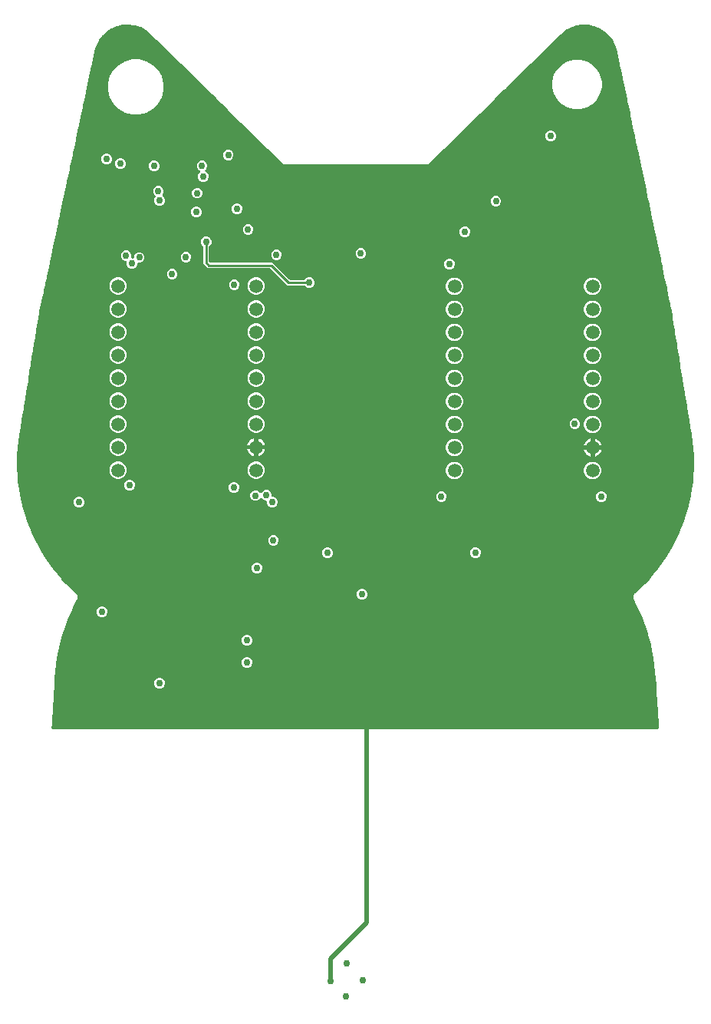
<source format=gbr>
G04 EAGLE Gerber X2 export*
%TF.Part,Single*%
%TF.FileFunction,Copper,L3,Inr,Mixed*%
%TF.FilePolarity,Positive*%
%TF.GenerationSoftware,Autodesk,EAGLE,9.1.3*%
%TF.CreationDate,2018-09-17T05:52:35Z*%
G75*
%MOMM*%
%FSLAX34Y34*%
%LPD*%
%AMOC8*
5,1,8,0,0,1.08239X$1,22.5*%
G01*
%ADD10C,1.508000*%
%ADD11C,0.756400*%
%ADD12C,0.508000*%
%ADD13C,0.254000*%

G36*
X712790Y487700D02*
X712790Y487700D01*
X712952Y487720D01*
X712953Y487720D01*
X712954Y487721D01*
X713088Y487774D01*
X713248Y487837D01*
X713249Y487837D01*
X713249Y487838D01*
X713367Y487923D01*
X713505Y488023D01*
X713506Y488024D01*
X713507Y488024D01*
X713604Y488142D01*
X713708Y488268D01*
X713709Y488269D01*
X713776Y488411D01*
X713844Y488555D01*
X713845Y488556D01*
X713845Y488557D01*
X713874Y488709D01*
X713905Y488868D01*
X713905Y488869D01*
X713905Y488870D01*
X713905Y488871D01*
X713905Y489029D01*
X713850Y489916D01*
X713510Y495389D01*
X712954Y504341D01*
X712548Y510874D01*
X712444Y512552D01*
X712389Y513445D01*
X711981Y520021D01*
X711981Y520022D01*
X711575Y526558D01*
X711557Y526842D01*
X711415Y529129D01*
X711415Y529130D01*
X710976Y536193D01*
X710524Y543483D01*
X710523Y543488D01*
X710523Y543501D01*
X709939Y551113D01*
X709937Y551126D01*
X709935Y551157D01*
X709093Y558673D01*
X709090Y558686D01*
X709087Y558718D01*
X707980Y566202D01*
X707976Y566215D01*
X707972Y566246D01*
X706601Y573682D01*
X706597Y573695D01*
X706592Y573726D01*
X704957Y581113D01*
X704952Y581126D01*
X704946Y581157D01*
X703049Y588478D01*
X703044Y588490D01*
X703037Y588521D01*
X700881Y595768D01*
X700875Y595781D01*
X700867Y595812D01*
X698453Y602980D01*
X698447Y602992D01*
X698438Y603023D01*
X695770Y610100D01*
X695764Y610112D01*
X695753Y610142D01*
X692836Y617119D01*
X692830Y617131D01*
X692818Y617160D01*
X689654Y624031D01*
X689647Y624043D01*
X689634Y624072D01*
X686581Y630127D01*
X686528Y630205D01*
X686484Y630288D01*
X686414Y630375D01*
X686403Y630390D01*
X686396Y630397D01*
X686382Y630414D01*
X686290Y630514D01*
X686065Y631131D01*
X686060Y631141D01*
X686006Y631267D01*
X685710Y631854D01*
X685700Y631991D01*
X685681Y632083D01*
X685672Y632178D01*
X685640Y632284D01*
X685636Y632302D01*
X685632Y632311D01*
X685626Y632332D01*
X685579Y632460D01*
X685607Y633117D01*
X685606Y633127D01*
X685605Y633265D01*
X685556Y633920D01*
X685599Y634050D01*
X685617Y634143D01*
X685644Y634233D01*
X685656Y634344D01*
X685660Y634362D01*
X685659Y634372D01*
X685661Y634394D01*
X685667Y634530D01*
X685944Y635126D01*
X685947Y635136D01*
X685999Y635264D01*
X686204Y635888D01*
X686294Y635992D01*
X686346Y636070D01*
X686406Y636143D01*
X686459Y636241D01*
X686469Y636257D01*
X686473Y636266D01*
X686483Y636285D01*
X686541Y636409D01*
X687025Y636853D01*
X687031Y636861D01*
X687128Y636960D01*
X687556Y637458D01*
X687679Y637519D01*
X687757Y637572D01*
X687840Y637617D01*
X687927Y637687D01*
X687942Y637697D01*
X687949Y637704D01*
X687966Y637718D01*
X692855Y642208D01*
X692865Y642219D01*
X692891Y642242D01*
X698155Y647464D01*
X698164Y647475D01*
X698189Y647499D01*
X703252Y652921D01*
X703260Y652933D01*
X703284Y652957D01*
X708133Y658566D01*
X708141Y658578D01*
X708164Y658604D01*
X712793Y664393D01*
X712801Y664406D01*
X712823Y664432D01*
X717229Y670398D01*
X717236Y670410D01*
X717257Y670437D01*
X721431Y676569D01*
X721438Y676582D01*
X721458Y676610D01*
X725392Y682896D01*
X725398Y682909D01*
X725417Y682938D01*
X729106Y689369D01*
X729111Y689382D01*
X729129Y689412D01*
X732566Y695980D01*
X732571Y695993D01*
X732588Y696024D01*
X735768Y702719D01*
X735773Y702733D01*
X735789Y702764D01*
X738707Y709578D01*
X738711Y709592D01*
X738725Y709624D01*
X741375Y716545D01*
X741379Y716559D01*
X741392Y716591D01*
X743770Y723608D01*
X743773Y723622D01*
X743785Y723655D01*
X745887Y730762D01*
X745889Y730776D01*
X745900Y730810D01*
X747721Y737991D01*
X747723Y738006D01*
X747733Y738040D01*
X749272Y745291D01*
X749273Y745305D01*
X749281Y745340D01*
X750533Y752644D01*
X750534Y752658D01*
X750541Y752693D01*
X751505Y760037D01*
X751505Y760052D01*
X751511Y760087D01*
X752186Y767467D01*
X752185Y767481D01*
X752189Y767516D01*
X752575Y774919D01*
X752574Y774933D01*
X752577Y774968D01*
X752672Y782379D01*
X752671Y782394D01*
X752672Y782429D01*
X752479Y789837D01*
X752477Y789851D01*
X752477Y789886D01*
X751998Y797283D01*
X751995Y797297D01*
X751994Y797332D01*
X751230Y804709D01*
X751227Y804723D01*
X751224Y804757D01*
X750171Y812156D01*
X750169Y812164D01*
X750168Y812181D01*
X749140Y818494D01*
X749140Y818495D01*
X748942Y819713D01*
X748726Y821037D01*
X748726Y821038D01*
X747482Y828687D01*
X746309Y835895D01*
X744992Y843985D01*
X744992Y843986D01*
X744162Y849089D01*
X744162Y849090D01*
X743973Y850249D01*
X743973Y850250D01*
X743748Y851632D01*
X743748Y851633D01*
X742543Y859035D01*
X741259Y866931D01*
X740014Y874581D01*
X738769Y882230D01*
X737937Y887339D01*
X737937Y887340D01*
X737715Y888705D01*
X737524Y889882D01*
X737523Y889883D01*
X736692Y894991D01*
X736692Y894992D01*
X736594Y895594D01*
X736278Y897534D01*
X736278Y897535D01*
X735252Y903843D01*
X734203Y910291D01*
X734202Y910292D01*
X734031Y911344D01*
X733789Y912833D01*
X733789Y912834D01*
X732695Y919555D01*
X731713Y925590D01*
X731713Y925591D01*
X731500Y926896D01*
X731299Y928131D01*
X731299Y928133D01*
X730239Y934648D01*
X729207Y940992D01*
X729165Y941135D01*
X729133Y941248D01*
X729006Y942221D01*
X729003Y942233D01*
X729000Y942261D01*
X728842Y943236D01*
X728846Y943261D01*
X728845Y943288D01*
X728850Y943334D01*
X728849Y943349D01*
X728850Y943356D01*
X728848Y943370D01*
X728846Y943392D01*
X728865Y943525D01*
X728862Y943546D01*
X728865Y943568D01*
X728851Y943728D01*
X728081Y948853D01*
X728076Y948871D01*
X728068Y948926D01*
X726866Y954638D01*
X726864Y954643D01*
X726863Y954651D01*
X726862Y954655D01*
X726861Y954658D01*
X726602Y955890D01*
X726602Y955891D01*
X726337Y957149D01*
X726336Y957159D01*
X726007Y958728D01*
X726006Y958728D01*
X726006Y958729D01*
X724390Y966408D01*
X724390Y966409D01*
X722730Y974298D01*
X721426Y980493D01*
X721383Y980698D01*
X720895Y983014D01*
X720895Y983015D01*
X719278Y990698D01*
X717816Y997643D01*
X716574Y1003547D01*
X716470Y1004038D01*
X716470Y1004039D01*
X716043Y1006067D01*
X716043Y1006068D01*
X714550Y1013164D01*
X712987Y1020592D01*
X711192Y1029118D01*
X711192Y1029119D01*
X709631Y1036537D01*
X707958Y1044486D01*
X707958Y1044487D01*
X706424Y1051774D01*
X705254Y1057333D01*
X705254Y1057334D01*
X705065Y1058230D01*
X705065Y1058231D01*
X704723Y1059854D01*
X704723Y1059855D01*
X703361Y1066328D01*
X701489Y1075223D01*
X699872Y1082907D01*
X699872Y1082908D01*
X698374Y1090025D01*
X696637Y1098277D01*
X695025Y1105938D01*
X693403Y1113642D01*
X691786Y1121326D01*
X690699Y1126489D01*
X690699Y1126490D01*
X690467Y1127595D01*
X690169Y1129010D01*
X690169Y1129011D01*
X688785Y1135584D01*
X687466Y1141854D01*
X687465Y1141855D01*
X687211Y1143064D01*
X686935Y1144375D01*
X686935Y1144376D01*
X685409Y1151625D01*
X684231Y1157225D01*
X684071Y1157983D01*
X683700Y1159746D01*
X682613Y1164912D01*
X682407Y1165891D01*
X682082Y1167432D01*
X682082Y1167433D01*
X680672Y1174135D01*
X679379Y1180276D01*
X679353Y1180400D01*
X678849Y1182797D01*
X678849Y1182798D01*
X677232Y1190480D01*
X675614Y1198167D01*
X674279Y1204509D01*
X672910Y1211014D01*
X672910Y1211015D01*
X672531Y1212813D01*
X672531Y1212814D01*
X672379Y1213535D01*
X672379Y1213536D01*
X671003Y1220074D01*
X669675Y1226383D01*
X669675Y1226384D01*
X669325Y1228050D01*
X669145Y1228904D01*
X669145Y1228905D01*
X667850Y1235058D01*
X667843Y1235078D01*
X667823Y1235163D01*
X665893Y1241572D01*
X665880Y1241602D01*
X665873Y1241634D01*
X665809Y1241781D01*
X662921Y1247462D01*
X662900Y1247492D01*
X662886Y1247525D01*
X662797Y1247659D01*
X658931Y1252708D01*
X658906Y1252733D01*
X658886Y1252763D01*
X658774Y1252878D01*
X654049Y1257147D01*
X654021Y1257166D01*
X653998Y1257190D01*
X653867Y1257283D01*
X648438Y1260651D01*
X648409Y1260664D01*
X648384Y1260683D01*
X648239Y1260752D01*
X642287Y1263124D01*
X642257Y1263132D01*
X642230Y1263145D01*
X642075Y1263188D01*
X635798Y1264490D01*
X635767Y1264493D01*
X635737Y1264501D01*
X635577Y1264516D01*
X629184Y1264701D01*
X629151Y1264697D01*
X629118Y1264701D01*
X628958Y1264687D01*
X622655Y1263735D01*
X622622Y1263725D01*
X622587Y1263722D01*
X622431Y1263679D01*
X616415Y1261606D01*
X616383Y1261590D01*
X616349Y1261581D01*
X616204Y1261511D01*
X610653Y1258376D01*
X610628Y1258357D01*
X610599Y1258343D01*
X610468Y1258248D01*
X605308Y1253977D01*
X605293Y1253961D01*
X605229Y1253906D01*
X600762Y1249526D01*
X599360Y1248151D01*
X598923Y1247723D01*
X598922Y1247722D01*
X593745Y1242646D01*
X589607Y1238589D01*
X589607Y1238588D01*
X587934Y1236948D01*
X587767Y1236785D01*
X584026Y1233117D01*
X583264Y1232369D01*
X583263Y1232369D01*
X582187Y1231314D01*
X582186Y1231313D01*
X577579Y1226795D01*
X572865Y1222174D01*
X572241Y1221561D01*
X571026Y1220371D01*
X571025Y1220370D01*
X565989Y1215432D01*
X561707Y1211234D01*
X561707Y1211233D01*
X561009Y1210549D01*
X559869Y1209431D01*
X559868Y1209430D01*
X555498Y1205146D01*
X550550Y1200294D01*
X549254Y1199024D01*
X548711Y1198491D01*
X548710Y1198490D01*
X544970Y1194823D01*
X544054Y1193926D01*
X543131Y1193020D01*
X543130Y1193019D01*
X538120Y1188107D01*
X533812Y1183883D01*
X533811Y1183882D01*
X532562Y1182658D01*
X532562Y1182657D01*
X531972Y1182079D01*
X526393Y1176609D01*
X526392Y1176608D01*
X522095Y1172396D01*
X522095Y1172395D01*
X517077Y1167474D01*
X517076Y1167474D01*
X516274Y1166688D01*
X515238Y1165671D01*
X515237Y1165671D01*
X510176Y1160708D01*
X505919Y1156535D01*
X505294Y1155922D01*
X504080Y1154732D01*
X504080Y1154731D01*
X499415Y1150158D01*
X494760Y1145594D01*
X489183Y1140125D01*
X488356Y1139314D01*
X487343Y1138321D01*
X482729Y1133798D01*
X478025Y1129185D01*
X478024Y1129185D01*
X476668Y1127854D01*
X476185Y1127381D01*
X472447Y1123716D01*
X470808Y1122109D01*
X470608Y1121913D01*
X470607Y1121912D01*
X465874Y1117272D01*
X460389Y1111894D01*
X460387Y1111891D01*
X460380Y1111885D01*
X459653Y1111157D01*
X458696Y1110772D01*
X458693Y1110770D01*
X458685Y1110767D01*
X457733Y1110373D01*
X456702Y1110383D01*
X456698Y1110383D01*
X456689Y1110383D01*
X302002Y1110383D01*
X301998Y1110383D01*
X301989Y1110383D01*
X300960Y1110373D01*
X300008Y1110767D01*
X300004Y1110769D01*
X299996Y1110772D01*
X299040Y1111157D01*
X298312Y1111886D01*
X298308Y1111888D01*
X298303Y1111895D01*
X293664Y1116442D01*
X293012Y1117082D01*
X291825Y1118246D01*
X291824Y1118246D01*
X287280Y1122702D01*
X282509Y1127380D01*
X282089Y1127792D01*
X280670Y1129183D01*
X280669Y1129184D01*
X275089Y1134655D01*
X275088Y1134656D01*
X271348Y1138323D01*
X269824Y1139817D01*
X269824Y1139818D01*
X269508Y1140127D01*
X263928Y1145599D01*
X263927Y1145599D01*
X260187Y1149266D01*
X259239Y1150196D01*
X258347Y1151070D01*
X254609Y1154735D01*
X254531Y1154811D01*
X252770Y1156538D01*
X252770Y1156539D01*
X248450Y1160774D01*
X243452Y1165674D01*
X242497Y1166611D01*
X242496Y1166611D01*
X241613Y1167477D01*
X241612Y1167478D01*
X237872Y1171145D01*
X237703Y1171311D01*
X237702Y1171312D01*
X236033Y1172948D01*
X236032Y1172949D01*
X230990Y1177893D01*
X226714Y1182086D01*
X226713Y1182086D01*
X225605Y1183173D01*
X224875Y1183889D01*
X224874Y1183890D01*
X221135Y1187556D01*
X221134Y1187556D01*
X214806Y1193761D01*
X209979Y1198494D01*
X208785Y1199664D01*
X208140Y1200297D01*
X208139Y1200298D01*
X204400Y1203964D01*
X198821Y1209434D01*
X197735Y1210499D01*
X196982Y1211237D01*
X192041Y1216082D01*
X187662Y1220375D01*
X187662Y1220376D01*
X186290Y1221720D01*
X186290Y1221721D01*
X185823Y1222178D01*
X185822Y1222179D01*
X181421Y1226494D01*
X176506Y1231314D01*
X176505Y1231314D01*
X175662Y1232141D01*
X174666Y1233117D01*
X174666Y1233118D01*
X170927Y1236784D01*
X170926Y1236784D01*
X170011Y1237682D01*
X169087Y1238587D01*
X169087Y1238588D01*
X163914Y1243659D01*
X163914Y1243660D01*
X159769Y1247724D01*
X159639Y1247852D01*
X159638Y1247852D01*
X157929Y1249527D01*
X157929Y1249528D01*
X153474Y1253896D01*
X153457Y1253909D01*
X153391Y1253971D01*
X147968Y1258421D01*
X147936Y1258441D01*
X147908Y1258467D01*
X147772Y1258553D01*
X141914Y1261762D01*
X141876Y1261777D01*
X141841Y1261799D01*
X141767Y1261828D01*
X141757Y1261834D01*
X141745Y1261837D01*
X141691Y1261858D01*
X135343Y1263892D01*
X135303Y1263899D01*
X135266Y1263914D01*
X135107Y1263943D01*
X128453Y1264744D01*
X128419Y1264744D01*
X128385Y1264750D01*
X128224Y1264751D01*
X122012Y1264374D01*
X121984Y1264369D01*
X121956Y1264370D01*
X121797Y1264343D01*
X115704Y1262905D01*
X115679Y1262895D01*
X115651Y1262891D01*
X115499Y1262838D01*
X109747Y1260390D01*
X109722Y1260376D01*
X109694Y1260367D01*
X109554Y1260288D01*
X104319Y1256901D01*
X104296Y1256881D01*
X104268Y1256866D01*
X104144Y1256764D01*
X102501Y1255233D01*
X102500Y1255233D01*
X101138Y1253964D01*
X99775Y1252695D01*
X99594Y1252526D01*
X99573Y1252501D01*
X99547Y1252480D01*
X99443Y1252358D01*
X95724Y1247389D01*
X95708Y1247360D01*
X95686Y1247335D01*
X95605Y1247196D01*
X92822Y1241632D01*
X92813Y1241604D01*
X92797Y1241579D01*
X92741Y1241428D01*
X90869Y1235162D01*
X90865Y1235141D01*
X90843Y1235062D01*
X89565Y1229028D01*
X89553Y1228968D01*
X89552Y1228968D01*
X89031Y1226507D01*
X87965Y1221473D01*
X87743Y1220427D01*
X87431Y1218953D01*
X87431Y1218952D01*
X85831Y1211398D01*
X85831Y1211397D01*
X84230Y1203843D01*
X84230Y1203842D01*
X83163Y1198806D01*
X81355Y1190267D01*
X79429Y1181177D01*
X78363Y1176143D01*
X78363Y1176142D01*
X78086Y1174837D01*
X78086Y1174836D01*
X77829Y1173623D01*
X77829Y1173622D01*
X76405Y1166900D01*
X74628Y1158514D01*
X73562Y1153478D01*
X73452Y1152959D01*
X73028Y1150958D01*
X73028Y1150957D01*
X71427Y1143402D01*
X70150Y1137374D01*
X68311Y1128692D01*
X67161Y1123259D01*
X66910Y1122077D01*
X66627Y1120739D01*
X66627Y1120738D01*
X65273Y1114348D01*
X63960Y1108149D01*
X63960Y1108148D01*
X63713Y1106982D01*
X63426Y1105629D01*
X63426Y1105628D01*
X62360Y1100594D01*
X62067Y1099212D01*
X61826Y1098074D01*
X61826Y1098073D01*
X60467Y1091662D01*
X59159Y1085484D01*
X58820Y1083884D01*
X58625Y1082964D01*
X57024Y1075408D01*
X57024Y1075407D01*
X55517Y1068293D01*
X54357Y1062818D01*
X54239Y1062257D01*
X53824Y1060298D01*
X53823Y1060298D01*
X52434Y1053739D01*
X51156Y1047706D01*
X51156Y1047705D01*
X50897Y1046481D01*
X50623Y1045186D01*
X50622Y1045185D01*
X49254Y1038728D01*
X47956Y1032597D01*
X47669Y1031245D01*
X47422Y1030078D01*
X47422Y1030077D01*
X46035Y1023530D01*
X44222Y1014968D01*
X44221Y1014967D01*
X43155Y1009931D01*
X42890Y1008681D01*
X42621Y1007411D01*
X42621Y1007410D01*
X41376Y1001536D01*
X39649Y993384D01*
X38354Y987268D01*
X38143Y986271D01*
X37820Y984748D01*
X37820Y984747D01*
X36753Y979712D01*
X36220Y977193D01*
X36220Y977192D01*
X36219Y977191D01*
X35119Y971998D01*
X35108Y971862D01*
X35092Y971725D01*
X35094Y971694D01*
X35093Y971681D01*
X35095Y971667D01*
X34868Y970804D01*
X34865Y970786D01*
X34853Y970743D01*
X34663Y969843D01*
X34659Y969835D01*
X34592Y969716D01*
X34582Y969687D01*
X34576Y969675D01*
X34571Y969655D01*
X34541Y969563D01*
X32904Y963347D01*
X32902Y963333D01*
X32893Y963301D01*
X31272Y956058D01*
X31271Y956043D01*
X31262Y956008D01*
X29924Y948652D01*
X29923Y948644D01*
X29920Y948628D01*
X29299Y944802D01*
X29296Y944743D01*
X29287Y944691D01*
X29291Y944624D01*
X29284Y944528D01*
X29288Y944498D01*
X29287Y944485D01*
X29290Y944471D01*
X29104Y943597D01*
X29103Y943580D01*
X29093Y943536D01*
X28986Y942874D01*
X28981Y942759D01*
X28969Y942644D01*
X28975Y942577D01*
X28974Y942556D01*
X28978Y942537D01*
X28983Y942484D01*
X28987Y942459D01*
X28801Y941717D01*
X28799Y941696D01*
X28780Y941613D01*
X27788Y935520D01*
X27788Y935519D01*
X27521Y933876D01*
X27375Y932978D01*
X27375Y932977D01*
X26546Y927887D01*
X25108Y919047D01*
X23993Y912193D01*
X22821Y904990D01*
X22601Y903642D01*
X22407Y902448D01*
X22407Y902447D01*
X21579Y897357D01*
X20337Y889725D01*
X20074Y888111D01*
X19923Y887183D01*
X19923Y887182D01*
X18975Y881359D01*
X17853Y874459D01*
X17641Y873158D01*
X17439Y871917D01*
X17439Y871916D01*
X16610Y866823D01*
X16492Y866100D01*
X16492Y866099D01*
X16196Y864280D01*
X16196Y864279D01*
X15368Y859187D01*
X14087Y851319D01*
X12883Y843920D01*
X12632Y842376D01*
X12470Y841377D01*
X11641Y836285D01*
X11322Y834321D01*
X11227Y833743D01*
X11227Y833742D01*
X10231Y827622D01*
X9157Y821020D01*
X7719Y812180D01*
X7718Y812172D01*
X7715Y812155D01*
X6663Y804760D01*
X6663Y804745D01*
X6657Y804712D01*
X5894Y797342D01*
X5894Y797327D01*
X5890Y797293D01*
X5410Y789901D01*
X5411Y789886D01*
X5408Y789852D01*
X5214Y782447D01*
X5216Y782432D01*
X5214Y782397D01*
X5309Y774989D01*
X5311Y774974D01*
X5311Y774939D01*
X5695Y767547D01*
X5697Y767533D01*
X5698Y767497D01*
X6371Y760123D01*
X6374Y760109D01*
X6377Y760074D01*
X7339Y752733D01*
X7343Y752719D01*
X7346Y752684D01*
X8596Y745386D01*
X8600Y745372D01*
X8605Y745337D01*
X10140Y738095D01*
X10144Y738081D01*
X10151Y738046D01*
X11969Y730867D01*
X11974Y730854D01*
X11982Y730819D01*
X14080Y723717D01*
X14086Y723704D01*
X14095Y723670D01*
X16468Y716657D01*
X16474Y716644D01*
X16485Y716610D01*
X19131Y709692D01*
X19137Y709679D01*
X19149Y709646D01*
X22063Y702834D01*
X22070Y702822D01*
X22083Y702789D01*
X25258Y696096D01*
X25266Y696084D01*
X25280Y696052D01*
X28712Y689485D01*
X28721Y689473D01*
X28736Y689442D01*
X32419Y683013D01*
X32428Y683002D01*
X32444Y682971D01*
X36372Y676688D01*
X36381Y676677D01*
X36399Y676647D01*
X40566Y670519D01*
X40575Y670508D01*
X40594Y670479D01*
X44991Y664517D01*
X45001Y664507D01*
X45021Y664479D01*
X49645Y658689D01*
X49655Y658679D01*
X49676Y658651D01*
X54519Y653042D01*
X54529Y653032D01*
X54551Y653006D01*
X59605Y647586D01*
X59616Y647577D01*
X59639Y647551D01*
X64894Y642331D01*
X64906Y642322D01*
X64930Y642297D01*
X69819Y637800D01*
X69896Y637746D01*
X69966Y637684D01*
X70064Y637627D01*
X70079Y637616D01*
X70087Y637613D01*
X70105Y637602D01*
X70231Y637538D01*
X70656Y637043D01*
X70662Y637037D01*
X70760Y636935D01*
X71240Y636494D01*
X71300Y636365D01*
X71349Y636286D01*
X71391Y636202D01*
X71459Y636111D01*
X71469Y636096D01*
X71475Y636089D01*
X71487Y636073D01*
X71580Y635966D01*
X71782Y635346D01*
X71786Y635338D01*
X71837Y635206D01*
X72112Y634615D01*
X72118Y634473D01*
X72134Y634380D01*
X72139Y634287D01*
X72168Y634177D01*
X72171Y634159D01*
X72175Y634151D01*
X72180Y634131D01*
X72224Y633996D01*
X72174Y633346D01*
X72174Y633337D01*
X72171Y633196D01*
X72199Y632545D01*
X72150Y632411D01*
X72129Y632320D01*
X72099Y632232D01*
X72083Y632119D01*
X72079Y632101D01*
X72079Y632092D01*
X72076Y632072D01*
X72065Y631931D01*
X71770Y631349D01*
X71767Y631341D01*
X71711Y631211D01*
X71486Y630599D01*
X71390Y630495D01*
X71336Y630419D01*
X71274Y630348D01*
X71216Y630250D01*
X71206Y630236D01*
X71203Y630227D01*
X71193Y630210D01*
X68118Y624147D01*
X68114Y624135D01*
X68099Y624107D01*
X64913Y617232D01*
X64909Y617219D01*
X64895Y617191D01*
X61954Y610206D01*
X61950Y610193D01*
X61937Y610164D01*
X59247Y603082D01*
X59244Y603069D01*
X59232Y603040D01*
X56793Y595864D01*
X56791Y595851D01*
X56780Y595821D01*
X54598Y588563D01*
X54596Y588549D01*
X54586Y588519D01*
X52664Y581192D01*
X52662Y581178D01*
X52654Y581148D01*
X50992Y573752D01*
X50991Y573739D01*
X50983Y573708D01*
X49585Y566260D01*
X49585Y566247D01*
X49578Y566216D01*
X48444Y558722D01*
X48444Y558708D01*
X48438Y558677D01*
X47569Y551150D01*
X47569Y551136D01*
X47565Y551106D01*
X46955Y543496D01*
X46956Y543489D01*
X46954Y543473D01*
X46489Y535993D01*
X46411Y534724D01*
X46411Y534723D01*
X46391Y534401D01*
X45904Y526558D01*
X45904Y526557D01*
X45859Y525839D01*
X45623Y522031D01*
X45417Y518715D01*
X45229Y515685D01*
X45090Y513444D01*
X44981Y511700D01*
X44930Y510873D01*
X44930Y510872D01*
X44519Y504262D01*
X44519Y504261D01*
X44443Y503030D01*
X44125Y497915D01*
X44045Y496629D01*
X43731Y491569D01*
X43652Y490300D01*
X43629Y489917D01*
X43574Y489029D01*
X43584Y488868D01*
X43593Y488713D01*
X43594Y488712D01*
X43594Y488711D01*
X43644Y488557D01*
X43691Y488411D01*
X43692Y488410D01*
X43692Y488409D01*
X43777Y488276D01*
X43862Y488142D01*
X43862Y488141D01*
X43863Y488141D01*
X43972Y488038D01*
X44093Y487924D01*
X44094Y487924D01*
X44095Y487923D01*
X44225Y487852D01*
X44372Y487770D01*
X44373Y487770D01*
X44521Y487732D01*
X44680Y487691D01*
X44681Y487691D01*
X44683Y487691D01*
X44840Y487681D01*
X712638Y487681D01*
X712790Y487700D01*
G37*
%LPC*%
G36*
X132385Y1165351D02*
X132385Y1165351D01*
X124633Y1167428D01*
X117682Y1171441D01*
X112007Y1177116D01*
X107994Y1184067D01*
X105917Y1191819D01*
X105917Y1199845D01*
X107994Y1207597D01*
X112007Y1214548D01*
X117682Y1220223D01*
X124633Y1224236D01*
X132385Y1226313D01*
X140411Y1226313D01*
X148163Y1224236D01*
X155114Y1220223D01*
X160789Y1214548D01*
X164802Y1207597D01*
X166879Y1199845D01*
X166879Y1191819D01*
X164802Y1184067D01*
X160789Y1177116D01*
X155114Y1171441D01*
X148163Y1167428D01*
X140411Y1165351D01*
X132385Y1165351D01*
G37*
%LPD*%
%LPC*%
G36*
X619975Y1171574D02*
X619975Y1171574D01*
X613030Y1173435D01*
X606804Y1177030D01*
X601720Y1182114D01*
X598125Y1188340D01*
X596264Y1195285D01*
X596264Y1202475D01*
X598125Y1209420D01*
X601720Y1215646D01*
X606804Y1220730D01*
X613030Y1224325D01*
X619975Y1226186D01*
X627165Y1226186D01*
X634110Y1224325D01*
X640336Y1220730D01*
X645420Y1215646D01*
X649015Y1209420D01*
X650876Y1202475D01*
X650876Y1195285D01*
X649015Y1188340D01*
X645420Y1182114D01*
X640336Y1177030D01*
X634110Y1173435D01*
X627165Y1171574D01*
X619975Y1171574D01*
G37*
%LPD*%
%LPC*%
G36*
X326843Y974185D02*
X326843Y974185D01*
X324706Y975070D01*
X323197Y976580D01*
X323119Y976640D01*
X323047Y976708D01*
X322994Y976737D01*
X322946Y976774D01*
X322855Y976814D01*
X322768Y976862D01*
X322710Y976877D01*
X322654Y976901D01*
X322556Y976916D01*
X322460Y976941D01*
X322360Y976947D01*
X322340Y976951D01*
X322328Y976949D01*
X322300Y976951D01*
X303737Y976951D01*
X285109Y995580D01*
X285031Y995640D01*
X284959Y995708D01*
X284906Y995737D01*
X284858Y995774D01*
X284767Y995814D01*
X284680Y995862D01*
X284621Y995877D01*
X284566Y995901D01*
X284468Y995916D01*
X284372Y995941D01*
X284272Y995947D01*
X284252Y995951D01*
X284239Y995949D01*
X284211Y995951D01*
X215737Y995951D01*
X210951Y1000737D01*
X210951Y1019300D01*
X210939Y1019398D01*
X210936Y1019497D01*
X210919Y1019555D01*
X210911Y1019615D01*
X210875Y1019707D01*
X210847Y1019802D01*
X210817Y1019855D01*
X210794Y1019911D01*
X210736Y1019991D01*
X210686Y1020076D01*
X210620Y1020152D01*
X210608Y1020168D01*
X210598Y1020176D01*
X210580Y1020197D01*
X209070Y1021706D01*
X208185Y1023843D01*
X208185Y1026157D01*
X209070Y1028294D01*
X210706Y1029930D01*
X212843Y1030815D01*
X215157Y1030815D01*
X217294Y1029930D01*
X218930Y1028294D01*
X219815Y1026157D01*
X219815Y1023843D01*
X218930Y1021706D01*
X217420Y1020197D01*
X217360Y1020119D01*
X217292Y1020047D01*
X217263Y1019994D01*
X217226Y1019946D01*
X217186Y1019855D01*
X217138Y1019768D01*
X217123Y1019710D01*
X217099Y1019654D01*
X217084Y1019556D01*
X217059Y1019460D01*
X217053Y1019360D01*
X217049Y1019340D01*
X217051Y1019328D01*
X217049Y1019300D01*
X217049Y1003789D01*
X217061Y1003690D01*
X217064Y1003591D01*
X217081Y1003533D01*
X217089Y1003473D01*
X217125Y1003381D01*
X217153Y1003286D01*
X217183Y1003234D01*
X217206Y1003177D01*
X217264Y1003097D01*
X217314Y1003012D01*
X217380Y1002937D01*
X217392Y1002920D01*
X217402Y1002912D01*
X217420Y1002891D01*
X217891Y1002420D01*
X217969Y1002360D01*
X218041Y1002292D01*
X218094Y1002263D01*
X218142Y1002226D01*
X218233Y1002186D01*
X218320Y1002138D01*
X218379Y1002123D01*
X218434Y1002099D01*
X218532Y1002084D01*
X218628Y1002059D01*
X218728Y1002053D01*
X218748Y1002049D01*
X218761Y1002051D01*
X218789Y1002049D01*
X287263Y1002049D01*
X305891Y983420D01*
X305969Y983360D01*
X306041Y983292D01*
X306094Y983263D01*
X306142Y983226D01*
X306233Y983186D01*
X306320Y983138D01*
X306379Y983123D01*
X306434Y983099D01*
X306532Y983084D01*
X306628Y983059D01*
X306728Y983053D01*
X306748Y983049D01*
X306761Y983051D01*
X306789Y983049D01*
X322300Y983049D01*
X322398Y983061D01*
X322497Y983064D01*
X322555Y983081D01*
X322615Y983089D01*
X322707Y983125D01*
X322802Y983153D01*
X322855Y983183D01*
X322911Y983206D01*
X322991Y983264D01*
X323076Y983314D01*
X323152Y983380D01*
X323168Y983392D01*
X323176Y983402D01*
X323197Y983420D01*
X324706Y984930D01*
X326843Y985815D01*
X329157Y985815D01*
X331294Y984930D01*
X332930Y983294D01*
X333815Y981157D01*
X333815Y978843D01*
X332930Y976706D01*
X331294Y975070D01*
X329157Y974185D01*
X326843Y974185D01*
G37*
%LPD*%
%LPC*%
G36*
X130923Y995199D02*
X130923Y995199D01*
X128786Y996084D01*
X127150Y997720D01*
X126265Y999857D01*
X126265Y1002171D01*
X126333Y1002334D01*
X126346Y1002382D01*
X126367Y1002427D01*
X126388Y1002535D01*
X126417Y1002641D01*
X126418Y1002691D01*
X126427Y1002740D01*
X126420Y1002849D01*
X126422Y1002959D01*
X126410Y1003007D01*
X126407Y1003057D01*
X126374Y1003161D01*
X126348Y1003268D01*
X126325Y1003312D01*
X126309Y1003359D01*
X126251Y1003452D01*
X126199Y1003549D01*
X126166Y1003586D01*
X126139Y1003628D01*
X126059Y1003703D01*
X125985Y1003785D01*
X125944Y1003812D01*
X125908Y1003846D01*
X125811Y1003899D01*
X125720Y1003959D01*
X125673Y1003976D01*
X125629Y1004000D01*
X125523Y1004027D01*
X125419Y1004063D01*
X125369Y1004067D01*
X125321Y1004079D01*
X125160Y1004089D01*
X124573Y1004089D01*
X122436Y1004974D01*
X120800Y1006610D01*
X119915Y1008747D01*
X119915Y1011061D01*
X120800Y1013198D01*
X122436Y1014834D01*
X124573Y1015719D01*
X126887Y1015719D01*
X129024Y1014834D01*
X130660Y1013198D01*
X131545Y1011061D01*
X131545Y1008747D01*
X131477Y1008584D01*
X131464Y1008536D01*
X131443Y1008491D01*
X131422Y1008383D01*
X131393Y1008277D01*
X131392Y1008227D01*
X131383Y1008178D01*
X131390Y1008069D01*
X131388Y1007959D01*
X131400Y1007911D01*
X131403Y1007861D01*
X131436Y1007757D01*
X131462Y1007650D01*
X131485Y1007606D01*
X131501Y1007559D01*
X131559Y1007466D01*
X131611Y1007369D01*
X131644Y1007332D01*
X131671Y1007290D01*
X131751Y1007215D01*
X131825Y1007133D01*
X131866Y1007106D01*
X131902Y1007072D01*
X131999Y1007019D01*
X132090Y1006959D01*
X132137Y1006942D01*
X132181Y1006918D01*
X132287Y1006891D01*
X132391Y1006855D01*
X132441Y1006851D01*
X132489Y1006839D01*
X132650Y1006829D01*
X133124Y1006829D01*
X133242Y1006844D01*
X133361Y1006851D01*
X133399Y1006864D01*
X133440Y1006869D01*
X133550Y1006912D01*
X133663Y1006949D01*
X133698Y1006971D01*
X133735Y1006986D01*
X133831Y1007055D01*
X133932Y1007119D01*
X133960Y1007149D01*
X133993Y1007172D01*
X134069Y1007264D01*
X134150Y1007351D01*
X134170Y1007386D01*
X134195Y1007417D01*
X134246Y1007525D01*
X134304Y1007629D01*
X134314Y1007669D01*
X134331Y1007705D01*
X134353Y1007822D01*
X134383Y1007937D01*
X134387Y1007997D01*
X134391Y1008017D01*
X134389Y1008038D01*
X134393Y1008098D01*
X134393Y1009029D01*
X135278Y1011166D01*
X136914Y1012802D01*
X139051Y1013687D01*
X141365Y1013687D01*
X143502Y1012802D01*
X145138Y1011166D01*
X146023Y1009029D01*
X146023Y1006715D01*
X145138Y1004578D01*
X143502Y1002942D01*
X141365Y1002057D01*
X139164Y1002057D01*
X139046Y1002042D01*
X138927Y1002035D01*
X138889Y1002022D01*
X138848Y1002017D01*
X138738Y1001974D01*
X138625Y1001937D01*
X138590Y1001915D01*
X138553Y1001900D01*
X138457Y1001831D01*
X138356Y1001767D01*
X138328Y1001737D01*
X138295Y1001714D01*
X138219Y1001622D01*
X138138Y1001535D01*
X138118Y1001500D01*
X138093Y1001469D01*
X138042Y1001361D01*
X137984Y1001257D01*
X137974Y1001217D01*
X137957Y1001181D01*
X137935Y1001064D01*
X137905Y1000949D01*
X137901Y1000889D01*
X137897Y1000869D01*
X137899Y1000848D01*
X137895Y1000788D01*
X137895Y999857D01*
X137010Y997720D01*
X135374Y996084D01*
X133237Y995199D01*
X130923Y995199D01*
G37*
%LPD*%
%LPC*%
G36*
X285664Y732255D02*
X285664Y732255D01*
X283527Y733140D01*
X281891Y734776D01*
X281006Y736913D01*
X281006Y738406D01*
X280991Y738524D01*
X280983Y738643D01*
X280971Y738681D01*
X280966Y738722D01*
X280922Y738832D01*
X280885Y738945D01*
X280864Y738980D01*
X280849Y739017D01*
X280779Y739113D01*
X280715Y739214D01*
X280686Y739242D01*
X280662Y739275D01*
X280570Y739351D01*
X280484Y739432D01*
X280448Y739452D01*
X280417Y739477D01*
X280309Y739528D01*
X280205Y739586D01*
X280166Y739596D01*
X280129Y739613D01*
X280012Y739635D01*
X279897Y739665D01*
X279837Y739669D01*
X279817Y739673D01*
X279797Y739671D01*
X279736Y739675D01*
X279513Y739675D01*
X277376Y740560D01*
X275688Y742249D01*
X275649Y742279D01*
X275615Y742316D01*
X275524Y742376D01*
X275437Y742444D01*
X275391Y742463D01*
X275349Y742491D01*
X275246Y742526D01*
X275145Y742570D01*
X275096Y742578D01*
X275049Y742594D01*
X274939Y742603D01*
X274831Y742620D01*
X274781Y742615D01*
X274732Y742619D01*
X274624Y742600D01*
X274514Y742590D01*
X274467Y742573D01*
X274418Y742565D01*
X274318Y742520D01*
X274215Y742482D01*
X274174Y742455D01*
X274128Y742434D01*
X274043Y742365D01*
X273952Y742304D01*
X273919Y742267D01*
X273880Y742235D01*
X273814Y742148D01*
X273741Y742065D01*
X273719Y742021D01*
X273689Y741981D01*
X273677Y741958D01*
X272026Y740306D01*
X269889Y739421D01*
X267575Y739421D01*
X265438Y740306D01*
X263802Y741942D01*
X262917Y744079D01*
X262917Y746393D01*
X263802Y748530D01*
X265438Y750166D01*
X267575Y751051D01*
X269889Y751051D01*
X272026Y750166D01*
X273714Y748477D01*
X273753Y748447D01*
X273787Y748410D01*
X273878Y748350D01*
X273965Y748282D01*
X274011Y748263D01*
X274053Y748235D01*
X274156Y748200D01*
X274257Y748156D01*
X274306Y748148D01*
X274353Y748132D01*
X274463Y748123D01*
X274571Y748106D01*
X274621Y748111D01*
X274670Y748107D01*
X274778Y748126D01*
X274888Y748136D01*
X274935Y748153D01*
X274984Y748161D01*
X275084Y748206D01*
X275187Y748244D01*
X275228Y748271D01*
X275274Y748292D01*
X275359Y748361D01*
X275450Y748422D01*
X275483Y748459D01*
X275522Y748491D01*
X275588Y748578D01*
X275661Y748661D01*
X275683Y748705D01*
X275713Y748745D01*
X275725Y748768D01*
X277376Y750420D01*
X279513Y751305D01*
X281827Y751305D01*
X283964Y750420D01*
X285600Y748784D01*
X286485Y746647D01*
X286485Y745154D01*
X286500Y745035D01*
X286507Y744917D01*
X286520Y744878D01*
X286525Y744838D01*
X286568Y744727D01*
X286605Y744614D01*
X286627Y744580D01*
X286642Y744542D01*
X286711Y744446D01*
X286775Y744345D01*
X286805Y744318D01*
X286828Y744285D01*
X286920Y744209D01*
X287007Y744128D01*
X287042Y744108D01*
X287073Y744082D01*
X287181Y744031D01*
X287285Y743974D01*
X287325Y743964D01*
X287361Y743947D01*
X287478Y743924D01*
X287593Y743895D01*
X287653Y743891D01*
X287673Y743887D01*
X287694Y743888D01*
X287754Y743884D01*
X287977Y743884D01*
X290114Y742999D01*
X291750Y741363D01*
X292635Y739226D01*
X292635Y736913D01*
X291750Y734776D01*
X290114Y733140D01*
X287977Y732255D01*
X285664Y732255D01*
G37*
%LPD*%
%LPC*%
G36*
X638844Y966417D02*
X638844Y966417D01*
X635326Y967875D01*
X632633Y970568D01*
X631175Y974086D01*
X631175Y977894D01*
X632633Y981412D01*
X635326Y984105D01*
X638844Y985563D01*
X642652Y985563D01*
X646170Y984105D01*
X648863Y981412D01*
X650321Y977894D01*
X650321Y974086D01*
X648863Y970568D01*
X646170Y967875D01*
X642652Y966417D01*
X638844Y966417D01*
G37*
%LPD*%
%LPC*%
G36*
X486444Y966417D02*
X486444Y966417D01*
X482926Y967875D01*
X480233Y970568D01*
X478775Y974086D01*
X478775Y977894D01*
X480233Y981412D01*
X482926Y984105D01*
X486444Y985563D01*
X490252Y985563D01*
X493770Y984105D01*
X496463Y981412D01*
X497921Y977894D01*
X497921Y974086D01*
X496463Y970568D01*
X493770Y967875D01*
X490252Y966417D01*
X486444Y966417D01*
G37*
%LPD*%
%LPC*%
G36*
X267328Y865227D02*
X267328Y865227D01*
X263810Y866685D01*
X261117Y869378D01*
X259659Y872896D01*
X259659Y876704D01*
X261117Y880222D01*
X263810Y882915D01*
X267328Y884373D01*
X271136Y884373D01*
X274654Y882915D01*
X277347Y880222D01*
X278805Y876704D01*
X278805Y872896D01*
X277347Y869378D01*
X274654Y866685D01*
X271136Y865227D01*
X267328Y865227D01*
G37*
%LPD*%
%LPC*%
G36*
X267328Y941427D02*
X267328Y941427D01*
X263810Y942885D01*
X261117Y945578D01*
X259659Y949096D01*
X259659Y952904D01*
X261117Y956422D01*
X263810Y959115D01*
X267328Y960573D01*
X271136Y960573D01*
X274654Y959115D01*
X277347Y956422D01*
X278805Y952904D01*
X278805Y949096D01*
X277347Y945578D01*
X274654Y942885D01*
X271136Y941427D01*
X267328Y941427D01*
G37*
%LPD*%
%LPC*%
G36*
X486444Y788617D02*
X486444Y788617D01*
X482926Y790075D01*
X480233Y792768D01*
X478775Y796286D01*
X478775Y800094D01*
X480233Y803612D01*
X482926Y806305D01*
X486444Y807763D01*
X490252Y807763D01*
X493770Y806305D01*
X496463Y803612D01*
X497921Y800094D01*
X497921Y796286D01*
X496463Y792768D01*
X493770Y790075D01*
X490252Y788617D01*
X486444Y788617D01*
G37*
%LPD*%
%LPC*%
G36*
X114928Y941427D02*
X114928Y941427D01*
X111410Y942885D01*
X108717Y945578D01*
X107259Y949096D01*
X107259Y952904D01*
X108717Y956422D01*
X111410Y959115D01*
X114928Y960573D01*
X118736Y960573D01*
X122254Y959115D01*
X124947Y956422D01*
X126405Y952904D01*
X126405Y949096D01*
X124947Y945578D01*
X122254Y942885D01*
X118736Y941427D01*
X114928Y941427D01*
G37*
%LPD*%
%LPC*%
G36*
X114928Y865227D02*
X114928Y865227D01*
X111410Y866685D01*
X108717Y869378D01*
X107259Y872896D01*
X107259Y876704D01*
X108717Y880222D01*
X111410Y882915D01*
X114928Y884373D01*
X118736Y884373D01*
X122254Y882915D01*
X124947Y880222D01*
X126405Y876704D01*
X126405Y872896D01*
X124947Y869378D01*
X122254Y866685D01*
X118736Y865227D01*
X114928Y865227D01*
G37*
%LPD*%
%LPC*%
G36*
X638844Y941017D02*
X638844Y941017D01*
X635326Y942475D01*
X632633Y945168D01*
X631175Y948686D01*
X631175Y952494D01*
X632633Y956012D01*
X635326Y958705D01*
X638844Y960163D01*
X642652Y960163D01*
X646170Y958705D01*
X648863Y956012D01*
X650321Y952494D01*
X650321Y948686D01*
X648863Y945168D01*
X646170Y942475D01*
X642652Y941017D01*
X638844Y941017D01*
G37*
%LPD*%
%LPC*%
G36*
X486444Y941017D02*
X486444Y941017D01*
X482926Y942475D01*
X480233Y945168D01*
X478775Y948686D01*
X478775Y952494D01*
X480233Y956012D01*
X482926Y958705D01*
X486444Y960163D01*
X490252Y960163D01*
X493770Y958705D01*
X496463Y956012D01*
X497921Y952494D01*
X497921Y948686D01*
X496463Y945168D01*
X493770Y942475D01*
X490252Y941017D01*
X486444Y941017D01*
G37*
%LPD*%
%LPC*%
G36*
X267328Y916027D02*
X267328Y916027D01*
X263810Y917485D01*
X261117Y920178D01*
X259659Y923696D01*
X259659Y927504D01*
X261117Y931022D01*
X263810Y933715D01*
X267328Y935173D01*
X271136Y935173D01*
X274654Y933715D01*
X277347Y931022D01*
X278805Y927504D01*
X278805Y923696D01*
X277347Y920178D01*
X274654Y917485D01*
X271136Y916027D01*
X267328Y916027D01*
G37*
%LPD*%
%LPC*%
G36*
X114928Y916027D02*
X114928Y916027D01*
X111410Y917485D01*
X108717Y920178D01*
X107259Y923696D01*
X107259Y927504D01*
X108717Y931022D01*
X111410Y933715D01*
X114928Y935173D01*
X118736Y935173D01*
X122254Y933715D01*
X124947Y931022D01*
X126405Y927504D01*
X126405Y923696D01*
X124947Y920178D01*
X122254Y917485D01*
X118736Y916027D01*
X114928Y916027D01*
G37*
%LPD*%
%LPC*%
G36*
X638844Y915617D02*
X638844Y915617D01*
X635326Y917075D01*
X632633Y919768D01*
X631175Y923286D01*
X631175Y927094D01*
X632633Y930612D01*
X635326Y933305D01*
X638844Y934763D01*
X642652Y934763D01*
X646170Y933305D01*
X648863Y930612D01*
X650321Y927094D01*
X650321Y923286D01*
X648863Y919768D01*
X646170Y917075D01*
X642652Y915617D01*
X638844Y915617D01*
G37*
%LPD*%
%LPC*%
G36*
X486444Y915617D02*
X486444Y915617D01*
X482926Y917075D01*
X480233Y919768D01*
X478775Y923286D01*
X478775Y927094D01*
X480233Y930612D01*
X482926Y933305D01*
X486444Y934763D01*
X490252Y934763D01*
X493770Y933305D01*
X496463Y930612D01*
X497921Y927094D01*
X497921Y923286D01*
X496463Y919768D01*
X493770Y917075D01*
X490252Y915617D01*
X486444Y915617D01*
G37*
%LPD*%
%LPC*%
G36*
X267328Y890627D02*
X267328Y890627D01*
X263810Y892085D01*
X261117Y894778D01*
X259659Y898296D01*
X259659Y902104D01*
X261117Y905622D01*
X263810Y908315D01*
X267328Y909773D01*
X271136Y909773D01*
X274654Y908315D01*
X277347Y905622D01*
X278805Y902104D01*
X278805Y898296D01*
X277347Y894778D01*
X274654Y892085D01*
X271136Y890627D01*
X267328Y890627D01*
G37*
%LPD*%
%LPC*%
G36*
X114928Y890627D02*
X114928Y890627D01*
X111410Y892085D01*
X108717Y894778D01*
X107259Y898296D01*
X107259Y902104D01*
X108717Y905622D01*
X111410Y908315D01*
X114928Y909773D01*
X118736Y909773D01*
X122254Y908315D01*
X124947Y905622D01*
X126405Y902104D01*
X126405Y898296D01*
X124947Y894778D01*
X122254Y892085D01*
X118736Y890627D01*
X114928Y890627D01*
G37*
%LPD*%
%LPC*%
G36*
X638844Y890217D02*
X638844Y890217D01*
X635326Y891675D01*
X632633Y894368D01*
X631175Y897886D01*
X631175Y901694D01*
X632633Y905212D01*
X635326Y907905D01*
X638844Y909363D01*
X642652Y909363D01*
X646170Y907905D01*
X648863Y905212D01*
X650321Y901694D01*
X650321Y897886D01*
X648863Y894368D01*
X646170Y891675D01*
X642652Y890217D01*
X638844Y890217D01*
G37*
%LPD*%
%LPC*%
G36*
X486444Y890217D02*
X486444Y890217D01*
X482926Y891675D01*
X480233Y894368D01*
X478775Y897886D01*
X478775Y901694D01*
X480233Y905212D01*
X482926Y907905D01*
X486444Y909363D01*
X490252Y909363D01*
X493770Y907905D01*
X496463Y905212D01*
X497921Y901694D01*
X497921Y897886D01*
X496463Y894368D01*
X493770Y891675D01*
X490252Y890217D01*
X486444Y890217D01*
G37*
%LPD*%
%LPC*%
G36*
X267328Y966827D02*
X267328Y966827D01*
X263810Y968285D01*
X261117Y970978D01*
X259659Y974496D01*
X259659Y978304D01*
X261117Y981822D01*
X263810Y984515D01*
X267328Y985973D01*
X271136Y985973D01*
X274654Y984515D01*
X277347Y981822D01*
X278805Y978304D01*
X278805Y974496D01*
X277347Y970978D01*
X274654Y968285D01*
X271136Y966827D01*
X267328Y966827D01*
G37*
%LPD*%
%LPC*%
G36*
X114928Y966827D02*
X114928Y966827D01*
X111410Y968285D01*
X108717Y970978D01*
X107259Y974496D01*
X107259Y978304D01*
X108717Y981822D01*
X111410Y984515D01*
X114928Y985973D01*
X118736Y985973D01*
X122254Y984515D01*
X124947Y981822D01*
X126405Y978304D01*
X126405Y974496D01*
X124947Y970978D01*
X122254Y968285D01*
X118736Y966827D01*
X114928Y966827D01*
G37*
%LPD*%
%LPC*%
G36*
X638844Y864817D02*
X638844Y864817D01*
X635326Y866275D01*
X632633Y868968D01*
X631175Y872486D01*
X631175Y876294D01*
X632633Y879812D01*
X635326Y882505D01*
X638844Y883963D01*
X642652Y883963D01*
X646170Y882505D01*
X648863Y879812D01*
X650321Y876294D01*
X650321Y872486D01*
X648863Y868968D01*
X646170Y866275D01*
X642652Y864817D01*
X638844Y864817D01*
G37*
%LPD*%
%LPC*%
G36*
X486444Y864817D02*
X486444Y864817D01*
X482926Y866275D01*
X480233Y868968D01*
X478775Y872486D01*
X478775Y876294D01*
X480233Y879812D01*
X482926Y882505D01*
X486444Y883963D01*
X490252Y883963D01*
X493770Y882505D01*
X496463Y879812D01*
X497921Y876294D01*
X497921Y872486D01*
X496463Y868968D01*
X493770Y866275D01*
X490252Y864817D01*
X486444Y864817D01*
G37*
%LPD*%
%LPC*%
G36*
X267328Y839827D02*
X267328Y839827D01*
X263810Y841285D01*
X261117Y843978D01*
X259659Y847496D01*
X259659Y851304D01*
X261117Y854822D01*
X263810Y857515D01*
X267328Y858973D01*
X271136Y858973D01*
X274654Y857515D01*
X277347Y854822D01*
X278805Y851304D01*
X278805Y847496D01*
X277347Y843978D01*
X274654Y841285D01*
X271136Y839827D01*
X267328Y839827D01*
G37*
%LPD*%
%LPC*%
G36*
X114928Y839827D02*
X114928Y839827D01*
X111410Y841285D01*
X108717Y843978D01*
X107259Y847496D01*
X107259Y851304D01*
X108717Y854822D01*
X111410Y857515D01*
X114928Y858973D01*
X118736Y858973D01*
X122254Y857515D01*
X124947Y854822D01*
X126405Y851304D01*
X126405Y847496D01*
X124947Y843978D01*
X122254Y841285D01*
X118736Y839827D01*
X114928Y839827D01*
G37*
%LPD*%
%LPC*%
G36*
X638844Y839417D02*
X638844Y839417D01*
X635326Y840875D01*
X632633Y843568D01*
X631175Y847086D01*
X631175Y850894D01*
X632633Y854412D01*
X635326Y857105D01*
X638844Y858563D01*
X642652Y858563D01*
X646170Y857105D01*
X648863Y854412D01*
X650321Y850894D01*
X650321Y847086D01*
X648863Y843568D01*
X646170Y840875D01*
X642652Y839417D01*
X638844Y839417D01*
G37*
%LPD*%
%LPC*%
G36*
X486444Y839417D02*
X486444Y839417D01*
X482926Y840875D01*
X480233Y843568D01*
X478775Y847086D01*
X478775Y850894D01*
X480233Y854412D01*
X482926Y857105D01*
X486444Y858563D01*
X490252Y858563D01*
X493770Y857105D01*
X496463Y854412D01*
X497921Y850894D01*
X497921Y847086D01*
X496463Y843568D01*
X493770Y840875D01*
X490252Y839417D01*
X486444Y839417D01*
G37*
%LPD*%
%LPC*%
G36*
X114928Y814427D02*
X114928Y814427D01*
X111410Y815885D01*
X108717Y818578D01*
X107259Y822096D01*
X107259Y825904D01*
X108717Y829422D01*
X111410Y832115D01*
X114928Y833573D01*
X118736Y833573D01*
X122254Y832115D01*
X124947Y829422D01*
X126405Y825904D01*
X126405Y822096D01*
X124947Y818578D01*
X122254Y815885D01*
X118736Y814427D01*
X114928Y814427D01*
G37*
%LPD*%
%LPC*%
G36*
X638844Y814017D02*
X638844Y814017D01*
X635326Y815475D01*
X632633Y818168D01*
X631175Y821686D01*
X631175Y825494D01*
X632633Y829012D01*
X635326Y831705D01*
X638844Y833163D01*
X642652Y833163D01*
X646170Y831705D01*
X648863Y829012D01*
X650321Y825494D01*
X650321Y821686D01*
X648863Y818168D01*
X646170Y815475D01*
X642652Y814017D01*
X638844Y814017D01*
G37*
%LPD*%
%LPC*%
G36*
X486444Y814017D02*
X486444Y814017D01*
X482926Y815475D01*
X480233Y818168D01*
X478775Y821686D01*
X478775Y825494D01*
X480233Y829012D01*
X482926Y831705D01*
X486444Y833163D01*
X490252Y833163D01*
X493770Y831705D01*
X496463Y829012D01*
X497921Y825494D01*
X497921Y821686D01*
X496463Y818168D01*
X493770Y815475D01*
X490252Y814017D01*
X486444Y814017D01*
G37*
%LPD*%
%LPC*%
G36*
X114928Y789027D02*
X114928Y789027D01*
X111410Y790485D01*
X108717Y793178D01*
X107259Y796696D01*
X107259Y800504D01*
X108717Y804022D01*
X111410Y806715D01*
X114928Y808173D01*
X118736Y808173D01*
X122254Y806715D01*
X124947Y804022D01*
X126405Y800504D01*
X126405Y796696D01*
X124947Y793178D01*
X122254Y790485D01*
X118736Y789027D01*
X114928Y789027D01*
G37*
%LPD*%
%LPC*%
G36*
X267328Y814427D02*
X267328Y814427D01*
X263810Y815885D01*
X261117Y818578D01*
X259659Y822096D01*
X259659Y825904D01*
X261117Y829422D01*
X263810Y832115D01*
X267328Y833573D01*
X271136Y833573D01*
X274654Y832115D01*
X277347Y829422D01*
X278805Y825904D01*
X278805Y822096D01*
X277347Y818578D01*
X274654Y815885D01*
X271136Y814427D01*
X267328Y814427D01*
G37*
%LPD*%
%LPC*%
G36*
X267328Y763627D02*
X267328Y763627D01*
X263810Y765085D01*
X261117Y767778D01*
X259659Y771296D01*
X259659Y775104D01*
X261117Y778622D01*
X263810Y781315D01*
X267328Y782773D01*
X271136Y782773D01*
X274654Y781315D01*
X277347Y778622D01*
X278805Y775104D01*
X278805Y771296D01*
X277347Y767778D01*
X274654Y765085D01*
X271136Y763627D01*
X267328Y763627D01*
G37*
%LPD*%
%LPC*%
G36*
X114928Y763627D02*
X114928Y763627D01*
X111410Y765085D01*
X108717Y767778D01*
X107259Y771296D01*
X107259Y775104D01*
X108717Y778622D01*
X111410Y781315D01*
X114928Y782773D01*
X118736Y782773D01*
X122254Y781315D01*
X124947Y778622D01*
X126405Y775104D01*
X126405Y771296D01*
X124947Y767778D01*
X122254Y765085D01*
X118736Y763627D01*
X114928Y763627D01*
G37*
%LPD*%
%LPC*%
G36*
X638844Y763217D02*
X638844Y763217D01*
X635326Y764675D01*
X632633Y767368D01*
X631175Y770886D01*
X631175Y774694D01*
X632633Y778212D01*
X635326Y780905D01*
X638844Y782363D01*
X642652Y782363D01*
X646170Y780905D01*
X648863Y778212D01*
X650321Y774694D01*
X650321Y770886D01*
X648863Y767368D01*
X646170Y764675D01*
X642652Y763217D01*
X638844Y763217D01*
G37*
%LPD*%
%LPC*%
G36*
X486444Y763217D02*
X486444Y763217D01*
X482926Y764675D01*
X480233Y767368D01*
X478775Y770886D01*
X478775Y774694D01*
X480233Y778212D01*
X482926Y780905D01*
X486444Y782363D01*
X490252Y782363D01*
X493770Y780905D01*
X496463Y778212D01*
X497921Y774694D01*
X497921Y770886D01*
X496463Y767368D01*
X493770Y764675D01*
X490252Y763217D01*
X486444Y763217D01*
G37*
%LPD*%
%LPC*%
G36*
X209663Y1091465D02*
X209663Y1091465D01*
X207526Y1092350D01*
X205890Y1093986D01*
X205005Y1096123D01*
X205005Y1098437D01*
X205890Y1100574D01*
X207121Y1101805D01*
X207152Y1101844D01*
X207189Y1101877D01*
X207249Y1101969D01*
X207316Y1102056D01*
X207336Y1102102D01*
X207363Y1102143D01*
X207399Y1102247D01*
X207443Y1102348D01*
X207450Y1102397D01*
X207467Y1102444D01*
X207475Y1102553D01*
X207492Y1102662D01*
X207488Y1102711D01*
X207492Y1102761D01*
X207473Y1102869D01*
X207463Y1102978D01*
X207446Y1103025D01*
X207437Y1103074D01*
X207392Y1103174D01*
X207355Y1103278D01*
X207327Y1103319D01*
X207307Y1103364D01*
X207238Y1103450D01*
X207176Y1103541D01*
X207139Y1103574D01*
X207108Y1103613D01*
X207020Y1103679D01*
X206938Y1103751D01*
X206894Y1103774D01*
X206854Y1103804D01*
X206710Y1103875D01*
X206256Y1104063D01*
X204620Y1105698D01*
X203735Y1107835D01*
X203735Y1110149D01*
X204620Y1112286D01*
X206256Y1113922D01*
X208393Y1114807D01*
X210707Y1114807D01*
X212844Y1113922D01*
X214480Y1112286D01*
X215365Y1110149D01*
X215365Y1107835D01*
X214480Y1105698D01*
X213249Y1104467D01*
X213218Y1104428D01*
X213181Y1104395D01*
X213121Y1104303D01*
X213054Y1104216D01*
X213034Y1104170D01*
X213007Y1104129D01*
X212971Y1104025D01*
X212927Y1103924D01*
X212920Y1103875D01*
X212903Y1103828D01*
X212895Y1103719D01*
X212878Y1103610D01*
X212882Y1103561D01*
X212878Y1103511D01*
X212897Y1103403D01*
X212907Y1103294D01*
X212924Y1103247D01*
X212933Y1103198D01*
X212978Y1103098D01*
X213015Y1102994D01*
X213043Y1102953D01*
X213063Y1102908D01*
X213132Y1102822D01*
X213194Y1102731D01*
X213231Y1102698D01*
X213262Y1102659D01*
X213350Y1102593D01*
X213432Y1102521D01*
X213476Y1102498D01*
X213516Y1102468D01*
X213660Y1102397D01*
X214114Y1102209D01*
X215750Y1100574D01*
X216635Y1098437D01*
X216635Y1096123D01*
X215750Y1093986D01*
X214114Y1092350D01*
X211977Y1091465D01*
X209663Y1091465D01*
G37*
%LPD*%
%LPC*%
G36*
X161403Y1064795D02*
X161403Y1064795D01*
X159266Y1065680D01*
X157630Y1067316D01*
X156745Y1069453D01*
X156745Y1071767D01*
X157630Y1073904D01*
X157884Y1074158D01*
X157957Y1074252D01*
X158036Y1074341D01*
X158054Y1074377D01*
X158079Y1074409D01*
X158127Y1074518D01*
X158181Y1074624D01*
X158189Y1074663D01*
X158206Y1074701D01*
X158224Y1074818D01*
X158250Y1074934D01*
X158249Y1074975D01*
X158255Y1075015D01*
X158244Y1075133D01*
X158241Y1075252D01*
X158229Y1075291D01*
X158226Y1075331D01*
X158185Y1075443D01*
X158152Y1075558D01*
X158132Y1075593D01*
X158118Y1075631D01*
X158051Y1075729D01*
X157991Y1075832D01*
X157951Y1075877D01*
X157939Y1075894D01*
X157924Y1075907D01*
X157884Y1075953D01*
X156360Y1077476D01*
X155475Y1079613D01*
X155475Y1081927D01*
X156360Y1084064D01*
X157996Y1085700D01*
X160133Y1086585D01*
X162447Y1086585D01*
X164584Y1085700D01*
X166220Y1084064D01*
X167105Y1081927D01*
X167105Y1079613D01*
X166220Y1077476D01*
X165966Y1077223D01*
X165893Y1077128D01*
X165814Y1077039D01*
X165796Y1077003D01*
X165771Y1076971D01*
X165724Y1076862D01*
X165669Y1076756D01*
X165661Y1076716D01*
X165645Y1076679D01*
X165626Y1076562D01*
X165600Y1076446D01*
X165601Y1076405D01*
X165595Y1076365D01*
X165606Y1076247D01*
X165609Y1076128D01*
X165621Y1076089D01*
X165624Y1076049D01*
X165665Y1075936D01*
X165698Y1075822D01*
X165718Y1075788D01*
X165732Y1075749D01*
X165799Y1075651D01*
X165859Y1075548D01*
X165899Y1075503D01*
X165911Y1075486D01*
X165926Y1075473D01*
X165966Y1075428D01*
X167490Y1073904D01*
X168375Y1071767D01*
X168375Y1069453D01*
X167490Y1067316D01*
X165854Y1065680D01*
X163717Y1064795D01*
X161403Y1064795D01*
G37*
%LPD*%
%LPC*%
G36*
X593203Y1135915D02*
X593203Y1135915D01*
X591066Y1136800D01*
X589430Y1138436D01*
X588545Y1140573D01*
X588545Y1142887D01*
X589430Y1145024D01*
X591066Y1146660D01*
X593203Y1147545D01*
X595517Y1147545D01*
X597654Y1146660D01*
X599290Y1145024D01*
X600175Y1142887D01*
X600175Y1140573D01*
X599290Y1138436D01*
X597654Y1136800D01*
X595517Y1135915D01*
X593203Y1135915D01*
G37*
%LPD*%
%LPC*%
G36*
X237349Y1115109D02*
X237349Y1115109D01*
X235212Y1115994D01*
X233576Y1117630D01*
X232691Y1119767D01*
X232691Y1122081D01*
X233576Y1124218D01*
X235212Y1125854D01*
X237349Y1126739D01*
X239663Y1126739D01*
X241800Y1125854D01*
X243436Y1124218D01*
X244321Y1122081D01*
X244321Y1119767D01*
X243436Y1117630D01*
X241800Y1115994D01*
X239663Y1115109D01*
X237349Y1115109D01*
G37*
%LPD*%
%LPC*%
G36*
X102983Y1110515D02*
X102983Y1110515D01*
X100846Y1111400D01*
X99210Y1113036D01*
X98325Y1115173D01*
X98325Y1117487D01*
X99210Y1119624D01*
X100846Y1121260D01*
X102983Y1122145D01*
X105297Y1122145D01*
X107434Y1121260D01*
X109070Y1119624D01*
X109955Y1117487D01*
X109955Y1115173D01*
X109070Y1113036D01*
X107434Y1111400D01*
X105297Y1110515D01*
X102983Y1110515D01*
G37*
%LPD*%
%LPC*%
G36*
X118223Y1105435D02*
X118223Y1105435D01*
X116086Y1106320D01*
X114450Y1107956D01*
X113565Y1110093D01*
X113565Y1112407D01*
X114450Y1114544D01*
X116086Y1116180D01*
X118223Y1117065D01*
X120537Y1117065D01*
X122674Y1116180D01*
X124310Y1114544D01*
X125195Y1112407D01*
X125195Y1110093D01*
X124310Y1107956D01*
X122674Y1106320D01*
X120537Y1105435D01*
X118223Y1105435D01*
G37*
%LPD*%
%LPC*%
G36*
X155307Y1102895D02*
X155307Y1102895D01*
X153170Y1103780D01*
X151534Y1105416D01*
X150649Y1107553D01*
X150649Y1109867D01*
X151534Y1112004D01*
X153170Y1113640D01*
X155307Y1114525D01*
X157621Y1114525D01*
X159758Y1113640D01*
X161394Y1112004D01*
X162279Y1109867D01*
X162279Y1107553D01*
X161394Y1105416D01*
X159758Y1103780D01*
X157621Y1102895D01*
X155307Y1102895D01*
G37*
%LPD*%
%LPC*%
G36*
X532751Y1064287D02*
X532751Y1064287D01*
X530614Y1065172D01*
X528978Y1066808D01*
X528093Y1068945D01*
X528093Y1071259D01*
X528978Y1073396D01*
X530614Y1075032D01*
X532751Y1075917D01*
X535065Y1075917D01*
X537202Y1075032D01*
X538838Y1073396D01*
X539723Y1071259D01*
X539723Y1068945D01*
X538838Y1066808D01*
X537202Y1065172D01*
X535065Y1064287D01*
X532751Y1064287D01*
G37*
%LPD*%
%LPC*%
G36*
X247001Y1055905D02*
X247001Y1055905D01*
X244864Y1056790D01*
X243228Y1058426D01*
X242343Y1060563D01*
X242343Y1062877D01*
X243228Y1065014D01*
X244864Y1066650D01*
X247001Y1067535D01*
X249315Y1067535D01*
X251452Y1066650D01*
X253088Y1065014D01*
X253973Y1062877D01*
X253973Y1060563D01*
X253088Y1058426D01*
X251452Y1056790D01*
X249315Y1055905D01*
X247001Y1055905D01*
G37*
%LPD*%
%LPC*%
G36*
X202043Y1052095D02*
X202043Y1052095D01*
X199906Y1052980D01*
X198270Y1054616D01*
X197385Y1056753D01*
X197385Y1059067D01*
X198270Y1061204D01*
X199906Y1062840D01*
X202043Y1063725D01*
X204357Y1063725D01*
X206494Y1062840D01*
X208130Y1061204D01*
X209015Y1059067D01*
X209015Y1056753D01*
X208130Y1054616D01*
X206494Y1052980D01*
X204357Y1052095D01*
X202043Y1052095D01*
G37*
%LPD*%
%LPC*%
G36*
X259193Y1033045D02*
X259193Y1033045D01*
X257056Y1033930D01*
X255420Y1035566D01*
X254535Y1037703D01*
X254535Y1040017D01*
X255420Y1042154D01*
X257056Y1043790D01*
X259193Y1044675D01*
X261507Y1044675D01*
X263644Y1043790D01*
X265280Y1042154D01*
X266165Y1040017D01*
X266165Y1037703D01*
X265280Y1035566D01*
X263644Y1033930D01*
X261507Y1033045D01*
X259193Y1033045D01*
G37*
%LPD*%
%LPC*%
G36*
X498715Y1030505D02*
X498715Y1030505D01*
X496578Y1031390D01*
X494942Y1033026D01*
X494057Y1035163D01*
X494057Y1037477D01*
X494942Y1039614D01*
X496578Y1041250D01*
X498715Y1042135D01*
X501029Y1042135D01*
X503166Y1041250D01*
X504802Y1039614D01*
X505687Y1037477D01*
X505687Y1035163D01*
X504802Y1033026D01*
X503166Y1031390D01*
X501029Y1030505D01*
X498715Y1030505D01*
G37*
%LPD*%
%LPC*%
G36*
X619873Y818415D02*
X619873Y818415D01*
X617736Y819300D01*
X616100Y820936D01*
X615215Y823073D01*
X615215Y825387D01*
X616100Y827524D01*
X617736Y829160D01*
X619873Y830045D01*
X622187Y830045D01*
X624324Y829160D01*
X625960Y827524D01*
X626845Y825387D01*
X626845Y823073D01*
X625960Y820936D01*
X624324Y819300D01*
X622187Y818415D01*
X619873Y818415D01*
G37*
%LPD*%
%LPC*%
G36*
X383653Y1006375D02*
X383653Y1006375D01*
X381516Y1007260D01*
X379880Y1008896D01*
X378995Y1011033D01*
X378995Y1013347D01*
X379880Y1015484D01*
X381516Y1017120D01*
X383653Y1018005D01*
X385967Y1018005D01*
X388104Y1017120D01*
X389740Y1015484D01*
X390625Y1013347D01*
X390625Y1011033D01*
X389740Y1008896D01*
X388104Y1007260D01*
X385967Y1006375D01*
X383653Y1006375D01*
G37*
%LPD*%
%LPC*%
G36*
X290518Y1005105D02*
X290518Y1005105D01*
X288381Y1005990D01*
X286746Y1007626D01*
X285860Y1009763D01*
X285860Y1012077D01*
X286746Y1014214D01*
X288381Y1015850D01*
X290518Y1016735D01*
X292832Y1016735D01*
X294969Y1015850D01*
X296605Y1014214D01*
X297490Y1012077D01*
X297490Y1009763D01*
X296605Y1007626D01*
X294969Y1005990D01*
X292832Y1005105D01*
X290518Y1005105D01*
G37*
%LPD*%
%LPC*%
G36*
X472553Y738405D02*
X472553Y738405D01*
X470416Y739290D01*
X468780Y740926D01*
X467895Y743063D01*
X467895Y745377D01*
X468780Y747514D01*
X470416Y749150D01*
X472553Y750035D01*
X474867Y750035D01*
X477004Y749150D01*
X478640Y747514D01*
X479525Y745377D01*
X479525Y743063D01*
X478640Y740926D01*
X477004Y739290D01*
X474867Y738405D01*
X472553Y738405D01*
G37*
%LPD*%
%LPC*%
G36*
X190613Y1002565D02*
X190613Y1002565D01*
X188476Y1003450D01*
X186840Y1005086D01*
X185955Y1007223D01*
X185955Y1009537D01*
X186840Y1011674D01*
X188476Y1013310D01*
X190613Y1014195D01*
X192927Y1014195D01*
X195064Y1013310D01*
X196700Y1011674D01*
X197585Y1009537D01*
X197585Y1007223D01*
X196700Y1005086D01*
X195064Y1003450D01*
X192927Y1002565D01*
X190613Y1002565D01*
G37*
%LPD*%
%LPC*%
G36*
X481443Y994945D02*
X481443Y994945D01*
X479306Y995830D01*
X477670Y997466D01*
X476785Y999603D01*
X476785Y1001917D01*
X477670Y1004054D01*
X479306Y1005690D01*
X481443Y1006575D01*
X483757Y1006575D01*
X485894Y1005690D01*
X487530Y1004054D01*
X488415Y1001917D01*
X488415Y999603D01*
X487530Y997466D01*
X485894Y995830D01*
X483757Y994945D01*
X481443Y994945D01*
G37*
%LPD*%
%LPC*%
G36*
X175373Y983515D02*
X175373Y983515D01*
X173236Y984400D01*
X171600Y986036D01*
X170715Y988173D01*
X170715Y990487D01*
X171600Y992624D01*
X173236Y994260D01*
X175373Y995145D01*
X177687Y995145D01*
X179824Y994260D01*
X181460Y992624D01*
X182345Y990487D01*
X182345Y988173D01*
X181460Y986036D01*
X179824Y984400D01*
X177687Y983515D01*
X175373Y983515D01*
G37*
%LPD*%
%LPC*%
G36*
X243953Y972085D02*
X243953Y972085D01*
X241816Y972970D01*
X240180Y974606D01*
X239295Y976743D01*
X239295Y979057D01*
X240180Y981194D01*
X241816Y982830D01*
X243953Y983715D01*
X246267Y983715D01*
X248404Y982830D01*
X250040Y981194D01*
X250925Y979057D01*
X250925Y976743D01*
X250040Y974606D01*
X248404Y972970D01*
X246267Y972085D01*
X243953Y972085D01*
G37*
%LPD*%
%LPC*%
G36*
X128383Y751105D02*
X128383Y751105D01*
X126246Y751990D01*
X124610Y753626D01*
X123725Y755763D01*
X123725Y758077D01*
X124610Y760214D01*
X126246Y761850D01*
X128383Y762735D01*
X130697Y762735D01*
X132834Y761850D01*
X134470Y760214D01*
X135355Y758077D01*
X135355Y755763D01*
X134470Y753626D01*
X132834Y751990D01*
X130697Y751105D01*
X128383Y751105D01*
G37*
%LPD*%
%LPC*%
G36*
X243699Y748565D02*
X243699Y748565D01*
X241562Y749450D01*
X239926Y751086D01*
X239041Y753223D01*
X239041Y755537D01*
X239926Y757674D01*
X241562Y759310D01*
X243699Y760195D01*
X246013Y760195D01*
X248150Y759310D01*
X249786Y757674D01*
X250671Y755537D01*
X250671Y753223D01*
X249786Y751086D01*
X248150Y749450D01*
X246013Y748565D01*
X243699Y748565D01*
G37*
%LPD*%
%LPC*%
G36*
X203211Y1073025D02*
X203211Y1073025D01*
X201074Y1073910D01*
X199438Y1075546D01*
X198553Y1077683D01*
X198553Y1079997D01*
X199438Y1082134D01*
X201074Y1083770D01*
X203211Y1084655D01*
X205525Y1084655D01*
X207662Y1083770D01*
X209298Y1082134D01*
X210183Y1079997D01*
X210183Y1077683D01*
X209298Y1075546D01*
X207662Y1073910D01*
X205525Y1073025D01*
X203211Y1073025D01*
G37*
%LPD*%
%LPC*%
G36*
X649083Y738405D02*
X649083Y738405D01*
X646946Y739290D01*
X645310Y740926D01*
X644425Y743063D01*
X644425Y745377D01*
X645310Y747514D01*
X646946Y749150D01*
X649083Y750035D01*
X651397Y750035D01*
X653534Y749150D01*
X655170Y747514D01*
X656055Y745377D01*
X656055Y743063D01*
X655170Y740926D01*
X653534Y739290D01*
X651397Y738405D01*
X649083Y738405D01*
G37*
%LPD*%
%LPC*%
G36*
X161403Y532665D02*
X161403Y532665D01*
X159266Y533550D01*
X157630Y535186D01*
X156745Y537323D01*
X156745Y539637D01*
X157630Y541774D01*
X159266Y543410D01*
X161403Y544295D01*
X163717Y544295D01*
X165854Y543410D01*
X167490Y541774D01*
X168375Y539637D01*
X168375Y537323D01*
X167490Y535186D01*
X165854Y533550D01*
X163717Y532665D01*
X161403Y532665D01*
G37*
%LPD*%
%LPC*%
G36*
X72503Y732055D02*
X72503Y732055D01*
X70366Y732940D01*
X68730Y734576D01*
X67845Y736713D01*
X67845Y739027D01*
X68730Y741164D01*
X70366Y742800D01*
X72503Y743685D01*
X74817Y743685D01*
X76954Y742800D01*
X78590Y741164D01*
X79475Y739027D01*
X79475Y736713D01*
X78590Y734576D01*
X76954Y732940D01*
X74817Y732055D01*
X72503Y732055D01*
G37*
%LPD*%
%LPC*%
G36*
X287133Y690145D02*
X287133Y690145D01*
X284996Y691030D01*
X283360Y692666D01*
X282475Y694803D01*
X282475Y697117D01*
X283360Y699254D01*
X284996Y700890D01*
X287133Y701775D01*
X289447Y701775D01*
X291584Y700890D01*
X293220Y699254D01*
X294105Y697117D01*
X294105Y694803D01*
X293220Y692666D01*
X291584Y691030D01*
X289447Y690145D01*
X287133Y690145D01*
G37*
%LPD*%
%LPC*%
G36*
X510179Y676530D02*
X510179Y676530D01*
X508042Y677416D01*
X506406Y679051D01*
X505521Y681188D01*
X505521Y683502D01*
X506406Y685639D01*
X508042Y687275D01*
X510179Y688160D01*
X512492Y688160D01*
X514629Y687275D01*
X516265Y685639D01*
X517150Y683502D01*
X517150Y681188D01*
X516265Y679051D01*
X514629Y677416D01*
X512492Y676530D01*
X510179Y676530D01*
G37*
%LPD*%
%LPC*%
G36*
X346823Y676175D02*
X346823Y676175D01*
X344686Y677060D01*
X343050Y678696D01*
X342165Y680833D01*
X342165Y683147D01*
X343050Y685284D01*
X344686Y686920D01*
X346823Y687805D01*
X349137Y687805D01*
X351274Y686920D01*
X352910Y685284D01*
X353795Y683147D01*
X353795Y680833D01*
X352910Y678696D01*
X351274Y677060D01*
X349137Y676175D01*
X346823Y676175D01*
G37*
%LPD*%
%LPC*%
G36*
X268903Y659599D02*
X268903Y659599D01*
X266766Y660484D01*
X265130Y662120D01*
X264245Y664257D01*
X264245Y666570D01*
X265130Y668707D01*
X266766Y670343D01*
X268903Y671228D01*
X271216Y671228D01*
X273353Y670343D01*
X274989Y668707D01*
X275874Y666570D01*
X275874Y664257D01*
X274989Y662120D01*
X273353Y660484D01*
X271216Y659599D01*
X268903Y659599D01*
G37*
%LPD*%
%LPC*%
G36*
X384923Y630455D02*
X384923Y630455D01*
X382786Y631340D01*
X381150Y632976D01*
X380265Y635113D01*
X380265Y637427D01*
X381150Y639564D01*
X382786Y641200D01*
X384923Y642085D01*
X387237Y642085D01*
X389374Y641200D01*
X391010Y639564D01*
X391895Y637427D01*
X391895Y635113D01*
X391010Y632976D01*
X389374Y631340D01*
X387237Y630455D01*
X384923Y630455D01*
G37*
%LPD*%
%LPC*%
G36*
X97903Y611405D02*
X97903Y611405D01*
X95766Y612290D01*
X94130Y613926D01*
X93245Y616063D01*
X93245Y618377D01*
X94130Y620514D01*
X95766Y622150D01*
X97903Y623035D01*
X100217Y623035D01*
X102354Y622150D01*
X103990Y620514D01*
X104875Y618377D01*
X104875Y616063D01*
X103990Y613926D01*
X102354Y612290D01*
X100217Y611405D01*
X97903Y611405D01*
G37*
%LPD*%
%LPC*%
G36*
X257923Y579655D02*
X257923Y579655D01*
X255786Y580540D01*
X254150Y582176D01*
X253265Y584313D01*
X253265Y586627D01*
X254150Y588764D01*
X255786Y590400D01*
X257923Y591285D01*
X260237Y591285D01*
X262374Y590400D01*
X264010Y588764D01*
X264895Y586627D01*
X264895Y584313D01*
X264010Y582176D01*
X262374Y580540D01*
X260237Y579655D01*
X257923Y579655D01*
G37*
%LPD*%
%LPC*%
G36*
X257923Y555525D02*
X257923Y555525D01*
X255786Y556410D01*
X254150Y558046D01*
X253265Y560183D01*
X253265Y562497D01*
X254150Y564634D01*
X255786Y566270D01*
X257923Y567155D01*
X260237Y567155D01*
X262374Y566270D01*
X264010Y564634D01*
X264895Y562497D01*
X264895Y560183D01*
X264010Y558046D01*
X262374Y556410D01*
X260237Y555525D01*
X257923Y555525D01*
G37*
%LPD*%
%LPC*%
G36*
X643247Y800689D02*
X643247Y800689D01*
X643247Y807977D01*
X644618Y807532D01*
X646031Y806812D01*
X647315Y805879D01*
X648437Y804757D01*
X649370Y803473D01*
X650090Y802060D01*
X650535Y800689D01*
X643247Y800689D01*
G37*
%LPD*%
%LPC*%
G36*
X271731Y801099D02*
X271731Y801099D01*
X271731Y808387D01*
X273102Y807942D01*
X274515Y807222D01*
X275799Y806289D01*
X276921Y805167D01*
X277854Y803883D01*
X278574Y802470D01*
X279019Y801099D01*
X271731Y801099D01*
G37*
%LPD*%
%LPC*%
G36*
X259445Y801099D02*
X259445Y801099D01*
X259890Y802470D01*
X260610Y803883D01*
X261543Y805167D01*
X262665Y806289D01*
X263949Y807222D01*
X265362Y807942D01*
X266733Y808387D01*
X266733Y801099D01*
X259445Y801099D01*
G37*
%LPD*%
%LPC*%
G36*
X630961Y800689D02*
X630961Y800689D01*
X631406Y802060D01*
X632126Y803473D01*
X633059Y804757D01*
X634181Y805879D01*
X635465Y806812D01*
X636878Y807532D01*
X638249Y807977D01*
X638249Y800689D01*
X630961Y800689D01*
G37*
%LPD*%
%LPC*%
G36*
X271731Y796101D02*
X271731Y796101D01*
X279019Y796101D01*
X278574Y794730D01*
X277854Y793317D01*
X276921Y792033D01*
X275799Y790911D01*
X274515Y789978D01*
X273102Y789258D01*
X271731Y788813D01*
X271731Y796101D01*
G37*
%LPD*%
%LPC*%
G36*
X643247Y795691D02*
X643247Y795691D01*
X650535Y795691D01*
X650090Y794320D01*
X649370Y792907D01*
X648437Y791623D01*
X647315Y790501D01*
X646031Y789568D01*
X644618Y788848D01*
X643247Y788403D01*
X643247Y795691D01*
G37*
%LPD*%
%LPC*%
G36*
X265362Y789258D02*
X265362Y789258D01*
X263949Y789978D01*
X262665Y790911D01*
X261543Y792033D01*
X260610Y793317D01*
X259890Y794730D01*
X259445Y796101D01*
X266733Y796101D01*
X266733Y788813D01*
X265362Y789258D01*
G37*
%LPD*%
%LPC*%
G36*
X636878Y788848D02*
X636878Y788848D01*
X635465Y789568D01*
X634181Y790501D01*
X633059Y791623D01*
X632126Y792907D01*
X631406Y794320D01*
X630961Y795691D01*
X638249Y795691D01*
X638249Y788403D01*
X636878Y788848D01*
G37*
%LPD*%
D10*
X116832Y976400D03*
X116832Y951000D03*
X116832Y925600D03*
X116832Y900200D03*
X116832Y874800D03*
X116832Y849400D03*
X116832Y824000D03*
X116832Y798600D03*
X116832Y773200D03*
X269232Y773200D03*
X269232Y798600D03*
X269232Y824000D03*
X269232Y849400D03*
X269232Y874800D03*
X269232Y900200D03*
X269232Y925600D03*
X269232Y951000D03*
X269232Y976400D03*
X488348Y975990D03*
X488348Y950590D03*
X488348Y925190D03*
X488348Y899790D03*
X488348Y874390D03*
X488348Y848990D03*
X488348Y823590D03*
X488348Y798190D03*
X488348Y772790D03*
X640748Y772790D03*
X640748Y798190D03*
X640748Y823590D03*
X640748Y848990D03*
X640748Y874390D03*
X640748Y899790D03*
X640748Y925190D03*
X640748Y950590D03*
X640748Y975990D03*
D11*
X259080Y561340D03*
X259080Y585470D03*
X162560Y538480D03*
X288290Y695960D03*
X99060Y617220D03*
X73660Y737870D03*
X104140Y1116330D03*
X119380Y1111250D03*
X191770Y1008380D03*
X260350Y1038860D03*
X291675Y1010920D03*
X594360Y1141730D03*
X386080Y636270D03*
X156464Y1108710D03*
X245110Y977900D03*
X384810Y1012190D03*
X210820Y1097280D03*
X368300Y193040D03*
X138430Y535178D03*
X148082Y535178D03*
X148082Y525526D03*
X138430Y525526D03*
X640334Y1141222D03*
X342221Y1010666D03*
X229108Y1017524D03*
X268478Y1129792D03*
X145542Y1126998D03*
X166370Y1005840D03*
X299466Y598170D03*
X355600Y610362D03*
D12*
X391160Y494284D02*
X391160Y274066D01*
X351536Y234442D01*
X351536Y210058D01*
X351790Y210058D01*
D11*
X351790Y210058D03*
X203200Y1177290D03*
X529114Y722981D03*
X209550Y1108992D03*
X238506Y1120924D03*
X499872Y1036320D03*
X533908Y1070102D03*
X132080Y1001014D03*
X244856Y754380D03*
X161290Y1080770D03*
X280670Y745490D03*
X162560Y1070610D03*
X286820Y738070D03*
X268732Y745236D03*
X140208Y1007872D03*
X125730Y1009904D03*
X129540Y756920D03*
X650240Y744220D03*
X621030Y824230D03*
X387350Y210566D03*
X369316Y229108D03*
X248158Y1061720D03*
X204368Y1078840D03*
X511336Y682345D03*
X270060Y665413D03*
X203200Y1057910D03*
X482600Y1000760D03*
X473710Y744220D03*
X176530Y989330D03*
X347980Y681990D03*
X214000Y1025000D03*
D13*
X214000Y1002000D01*
X217000Y999000D01*
X286000Y999000D01*
X305000Y980000D02*
X328000Y980000D01*
X329000Y980000D01*
X305000Y980000D02*
X286000Y999000D01*
D11*
X328000Y980000D03*
M02*

</source>
